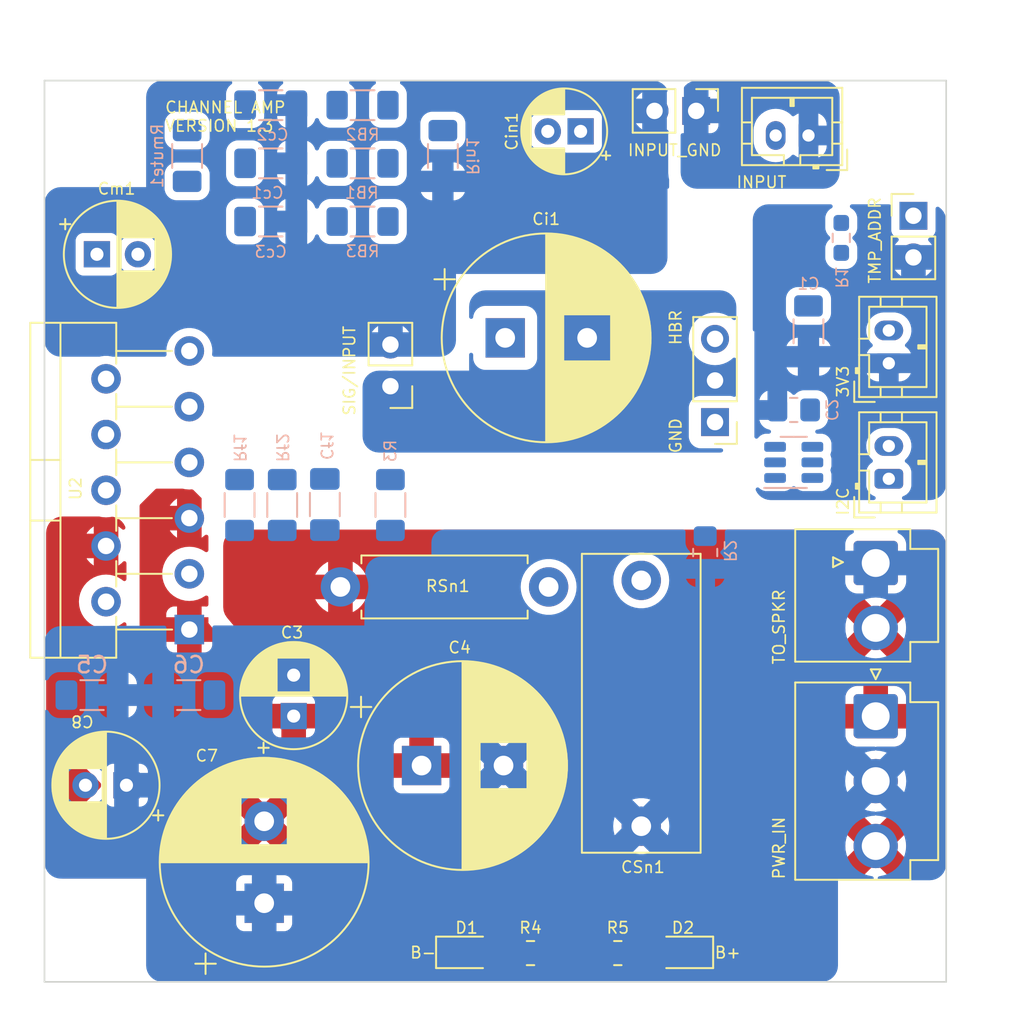
<source format=kicad_pcb>
(kicad_pcb (version 20221018) (generator pcbnew)
  (layers (0 "F.Cu" signal) (31 "B.Cu" signal) (34 "B.Paste" user) (35 "F.Paste" user) (36 "B.SilkS" user "B.Silkscreen") (37 "F.SilkS" user "F.Silkscreen") (38 "B.Mask" user) (39 "F.Mask" user) (44 "Edge.Cuts" user))
  (net 0 "")
  (net 1 "Net-(U2-+)")
  (net 2 "Net-(Cf1-Pad1)")
  (net 3 "CH1-IN")
  (net 4 "Net-(Ci1-Pad1)")
  (net 5 "VP")
  (net 6 "VM")
  (net 7 "CH1-OUT")
  (net 8 "INPUTGND")
  (net 9 "PGND")
  (net 10 "Net-(U2-MUTE)")
  (net 11 "Net-(CSn1-Pad2)")
  (net 12 "Net-(D1-A)")
  (net 13 "Net-(D2-A)")
  (net 14 "Net-(Cin1-Pad2)")
  (net 15 "DGND")
  (net 16 "3V3")
  (net 17 "ADD1")
  (net 18 "SIGGND")
  (net 19 "SCL")
  (net 20 "SDA")
  (net 21 "Net-(J7-Pin_3)")
  (net 25 "CH1GND")
  (net 26 "OPAMP_NEG")
  (net 27 "Net-(Cc2-Pad1)")
  (net 28 "Net-(Cc1-Pad1)")
  (footprint "Capacitor_THT:CP_Radial_D6.3mm_P2.50mm" (layer "F.Cu") (at 81.3 120.45 180)
    (fp_text reference "C8" (at 2.687379 3.9 180 unlocked) (layer "F.SilkS") (effects (font (size 0.7 0.7) (thickness 0.1))))
    (fp_text value "22U 50V")
    (pad "1" thru_hole rect (at 0 0 180) (size 1.6 1.6) (drill 0.8) (layers "*.Cu" "*.Mask") (net 9 "PGND"))
    (pad "2" thru_hole circle (at 2.5 0 180) (size 1.6 1.6) (drill 0.8) (layers "*.Cu" "*.Mask") (net 6 "VM"))
  )
  (footprint "Resistor_SMD:R_0805_2012Metric_Pad1.20x1.40mm_HandSolder" (layer "F.Cu") (at 111.27 130.695 180)
    (fp_text reference "R5" (at 0 1.545 unlocked) (layer "F.SilkS") (effects (font (size 0.7 0.7) (thickness 0.1))))
    (fp_text value "9.1K")
    (pad "1" smd roundrect (at -1 0 180) (size 1.2 1.4) (layers "F.Cu" "F.Paste" "F.Mask") (roundrect_rratio 0.2083333333) (net 13 "Net-(D2-A)"))
    (pad "2" smd roundrect (at 1 0 180) (size 1.2 1.4) (layers "F.Cu" "F.Paste" "F.Mask") (roundrect_rratio 0.2083333333) (net 5 "VP"))
  )
  (footprint "Capacitor_THT:CP_Radial_D6.3mm_P2.50mm" (layer "F.Cu") (at 91.5 116.23238 90)
    (fp_text reference "C3" (at 5.1 -0.1 unlocked) (layer "F.SilkS") (effects (font (size 0.7 0.7) (thickness 0.1))))
    (fp_text value "22U 50V")
    (pad "1" thru_hole rect (at 0 0 90) (size 1.6 1.6) (drill 0.8) (layers "*.Cu" "*.Mask") (net 5 "VP"))
    (pad "2" thru_hole circle (at 2.5 0 90) (size 1.6 1.6) (drill 0.8) (layers "*.Cu" "*.Mask") (net 9 "PGND"))
  )
  (footprint "Capacitor_THT:CP_Radial_D12.5mm_P5.00mm" (layer "F.Cu") (at 104.4 93.15)
    (fp_text reference "Ci1" (at 2.5 -7.25 unlocked) (layer "F.SilkS") (effects (font (size 0.7 0.7) (thickness 0.1))))
    (fp_text value "1000U 35V")
    (pad "1" thru_hole rect (at 0 0) (size 2.4 2.4) (drill 1.2) (layers "*.Cu" "*.Mask") (net 4 "Net-(Ci1-Pad1)"))
    (pad "2" thru_hole circle (at 5 0) (size 2.4 2.4) (drill 1.2) (layers "*.Cu" "*.Mask") (net 18 "SIGGND"))
  )
  (footprint "MountingHole:MountingHole_3mm" (layer "F.Cu") (at 128.8 129.95)
    (fp_text reference "H4" hide)
    (fp_text value "MountingHole")
    (pad "" np_thru_hole circle (at 0 0) (size 3 3) (drill 3) (layers "*.Cu" "*.Mask"))
  )
  (footprint "Connector_JST:JST_PH_B2B-PH-K_1x02_P2.00mm_Vertical" (layer "F.Cu") (at 122.9 80.8 180)
    (fp_text reference "J3" hide)
    (fp_text value "Conn_01x02_Male")
    (pad "1" thru_hole roundrect (at 0 0 180) (size 1.2 1.75) (drill 0.75) (layers "*.Cu" "*.Mask") (roundrect_rratio 0.2083333333) (net 25 "CH1GND"))
    (pad "2" thru_hole oval (at 2 0 180) (size 1.2 1.75) (drill 0.75) (layers "*.Cu" "*.Mask") (net 3 "CH1-IN"))
  )
  (footprint "Connector_JST:JST_VH_B3P-VH-B_1x03_P3.96mm_Vertical" (layer "F.Cu") (at 127 116.24 -90)
    (fp_text reference "J9" hide)
    (fp_text value "Conn_01x03_Male")
    (pad "1" thru_hole roundrect (at 0 0 270) (size 2.7 2.7) (drill 1.7) (layers "*.Cu" "*.Mask") (roundrect_rratio 0.09259296296) (net 5 "VP"))
    (pad "2" thru_hole circle (at 3.96 0 270) (size 2.7 2.7) (drill 1.7) (layers "*.Cu" "*.Mask") (net 9 "PGND"))
    (pad "3" thru_hole circle (at 7.92 0 270) (size 2.7 2.7) (drill 1.7) (layers "*.Cu" "*.Mask") (net 6 "VM"))
  )
  (footprint "Connector_JST:JST_PH_B2B-PH-K_1x02_P2.00mm_Vertical" (layer "F.Cu") (at 127.8 101.75 90)
    (fp_text reference "J6" hide)
    (fp_text value "Conn_01x02_Male")
    (pad "1" thru_hole roundrect (at 0 0 90) (size 1.2 1.75) (drill 0.75) (layers "*.Cu" "*.Mask") (roundrect_rratio 0.2083333333) (net 19 "SCL"))
    (pad "2" thru_hole oval (at 2 0 90) (size 1.2 1.75) (drill 0.75) (layers "*.Cu" "*.Mask") (net 20 "SDA"))
  )
  (footprint "Resistor_THT:R_Axial_DIN0411_L9.9mm_D3.6mm_P12.70mm_Horizontal" (layer "F.Cu") (at 107.05 108.35 180)
    (fp_text reference "RSn1" (at 6.15 0.05 unlocked) (layer "F.SilkS") (effects (font (size 0.7 0.7) (thickness 0.1))))
    (fp_text value "4R7")
    (pad "1" thru_hole circle (at 0 0 180) (size 2.4 2.4) (drill 1.2) (layers "*.Cu" "*.Mask") (net 11 "Net-(CSn1-Pad2)"))
    (pad "2" thru_hole oval (at 12.7 0 180) (size 2.4 2.4) (drill 1.2) (layers "*.Cu" "*.Mask") (net 7 "CH1-OUT"))
  )
  (footprint "Connector_PinHeader_2.54mm:PinHeader_1x02_P2.54mm_Vertical" (layer "F.Cu") (at 116.05 79.3 -90)
    (fp_text reference "J1" hide)
    (fp_text value "Conn_01x02_Male")
    (pad "1" thru_hole rect (at 0 0 270) (size 1.7 1.7) (drill 1) (layers "*.Cu" "*.Mask") (net 25 "CH1GND"))
    (pad "2" thru_hole oval (at 0 2.54 270) (size 1.7 1.7) (drill 1) (layers "*.Cu" "*.Mask") (net 8 "INPUTGND"))
  )
  (footprint "MountingHole:MountingHole_3mm" (layer "F.Cu") (at 78.8 79.95)
    (fp_text reference "H1" hide)
    (fp_text value "MountingHole")
    (pad "" np_thru_hole circle (at 0 0) (size 3 3) (drill 3) (layers "*.Cu" "*.Mask"))
  )
  (footprint "Package_TO_SOT_THT:TO-220-11_P3.4x5.08mm_StaggerOdd_Lead4.85mm_Vertical" (layer "F.Cu") (at 85.135 110.95 90)
    (fp_text reference "U2" (at 8.6 -6.935 90 unlocked) (layer "F.SilkS") (effects (font (size 0.7 0.7) (thickness 0.1))))
    (fp_text value "LM3886")
    (pad "1" thru_hole rect (at 0 0 90) (size 1.8 1.8) (drill 1) (layers "*.Cu" "*.Mask") (net 5 "VP"))
    (pad "2" thru_hole oval (at 1.7 -5.08 90) (size 1.8 1.8) (drill 1) (layers "*.Cu" "*.Mask"))
    (pad "3" thru_hole oval (at 3.4 0 90) (size 1.8 1.8) (drill 1) (layers "*.Cu" "*.Mask") (net 7 "CH1-OUT"))
    (pad "4" thru_hole oval (at 5.1 -5.08 90) (size 1.8 1.8) (drill 1) (layers "*.Cu" "*.Mask") (net 6 "VM"))
    (pad "5" thru_hole oval (at 6.8 0 90) (size 1.8 1.8) (drill 1) (layers "*.Cu" "*.Mask") (net 5 "VP"))
    (pad "6" thru_hole oval (at 8.5 -5.08 90) (size 1.8 1.8) (drill 1) (layers "*.Cu" "*.Mask"))
    (pad "7" thru_hole oval (at 10.2 0 90) (size 1.8 1.8) (drill 1) (layers "*.Cu" "*.Mask") (net 9 "PGND"))
    (pad "8" thru_hole oval (at 11.9 -5.08 90) (size 1.8 1.8) (drill 1) (layers "*.Cu" "*.Mask") (net 10 "Net-(U2-MUTE)"))
    (pad "9" thru_hole oval (at 13.6 0 90) (size 1.8 1.8) (drill 1) (layers "*.Cu" "*.Mask") (net 26 "OPAMP_NEG"))
    (pad "10" thru_hole oval (at 15.3 -5.08 90) (size 1.8 1.8) (drill 1) (layers "*.Cu" "*.Mask") (net 1 "Net-(U2-+)"))
    (pad "11" thru_hole oval (at 17 0 90) (size 1.8 1.8) (drill 1) (layers "*.Cu" "*.Mask"))
  )
  (footprint "Capacitor_THT:CP_Radial_D5.0mm_P2.00mm" (layer "F.Cu") (at 109 80.55 180)
    (fp_text reference "Cin1" (at 4.2 0 90 unlocked) (layer "F.SilkS") (effects (font (size 0.7 0.7) (thickness 0.1))))
    (fp_text value "10UF")
    (pad "1" thru_hole rect (at 0 0 180) (size 1.6 1.6) (drill 0.8) (layers "*.Cu" "*.Mask") (net 3 "CH1-IN"))
    (pad "2" thru_hole circle (at 2 0 180) (size 1.6 1.6) (drill 0.8) (layers "*.Cu" "*.Mask") (net 14 "Net-(Cin1-Pad2)"))
  )
  (footprint "Connector_PinHeader_2.54mm:PinHeader_1x03_P2.54mm_Vertical" (layer "F.Cu") (at 117.2 98.29 180)
    (fp_text reference "J7" hide)
    (fp_text value "Conn_01x03_Male")
    (pad "1" thru_hole rect (at 0 0 180) (size 1.7 1.7) (drill 1) (layers "*.Cu" "*.Mask") (net 9 "PGND"))
    (pad "2" thru_hole oval (at 0 2.54 180) (size 1.7 1.7) (drill 1) (layers "*.Cu" "*.Mask") (net 18 "SIGGND"))
    (pad "3" thru_hole oval (at 0 5.08 180) (size 1.7 1.7) (drill 1) (layers "*.Cu" "*.Mask") (net 21 "Net-(J7-Pin_3)"))
  )
  (footprint "Capacitor_THT:C_Rect_L18.0mm_W7.0mm_P15.00mm_FKS3_FKP3" (layer "F.Cu") (at 112.7 122.95 90)
    (fp_text reference "CSn1" (at -2.5 0.1 unlocked) (layer "F.SilkS") (effects (font (size 0.7 0.7) (thickness 0.1))))
    (fp_text value " 220N PP 100V")
    (pad "1" thru_hole circle (at 0 0 90) (size 2.4 2.4) (drill 1.2) (layers "*.Cu" "*.Mask") (net 9 "PGND"))
    (pad "2" thru_hole circle (at 15 0 90) (size 2.4 2.4) (drill 1.2) (layers "*.Cu" "*.Mask") (net 11 "Net-(CSn1-Pad2)"))
  )
  (footprint "Resistor_SMD:R_0805_2012Metric_Pad1.20x1.40mm_HandSolder" (layer "F.Cu") (at 105.945 130.695)
    (fp_text reference "R4" (at 0 -1.545 unlocked) (layer "F.SilkS") (effects (font (size 0.7 0.7) (thickness 0.1))))
    (fp_text value "9.1K")
    (pad "1" smd roundrect (at -1 0) (size 1.2 1.4) (layers "F.Cu" "F.Paste" "F.Mask") (roundrect_rratio 0.2083333333) (net 12 "Net-(D1-A)"))
    (pad "2" smd roundrect (at 1 0) (size 1.2 1.4) (layers "F.Cu" "F.Paste" "F.Mask") (roundrect_rratio 0.2083333333) (net 9 "PGND"))
  )
  (footprint "Connector_JST:JST_PH_B2B-PH-K_1x02_P2.00mm_Vertical" (layer "F.Cu") (at 127.8 94.7 90)
    (fp_text reference "J4" hide)
    (fp_text value "Conn_01x02_Male")
    (pad "1" thru_hole roundrect (at 0 0 90) (size 1.2 1.75) (drill 0.75) (layers "*.Cu" "*.Mask") (roundrect_rratio 0.2083333333) (net 15 "DGND"))
    (pad "2" thru_hole oval (at 2 0 90) (size 1.2 1.75) (drill 0.75) (layers "*.Cu" "*.Mask") (net 16 "3V3"))
  )
  (footprint "MountingHole:MountingHole_3mm" (layer "F.Cu") (at 128.8 79.95)
    (fp_text reference "H2" hide)
    (fp_text value "MountingHole")
    (pad "" np_thru_hole circle (at 0 0) (size 3 3) (drill 3) (layers "*.Cu" "*.Mask"))
  )
  (footprint "Connector_JST:JST_VH_B2P-VH_1x02_P3.96mm_Vertical" (layer "F.Cu") (at 127 106.89 -90)
    (fp_text reference "J8" hide)
    (fp_text value "Conn_01x02_Male")
    (pad "1" thru_hole roundrect (at 0 0 270) (size 2.7 2.7) (drill 1.7) (layers "*.Cu" "*.Mask") (roundrect_rratio 0.09259296296) (net 9 "PGND"))
    (pad "2" thru_hole circle (at 3.96 0 270) (size 2.7 2.7) (drill 1.7) (layers "*.Cu" "*.Mask") (net 7 "CH1-OUT"))
  )
  (footprint "LED_SMD:LED_0805_2012Metric_Pad1.15x1.40mm_HandSolder" (layer "F.Cu") (at 115.225 130.65 180)
    (fp_text reference "D2" (at -0.02 1.5 unlocked) (layer "F.SilkS") (effects (font (size 0.7 0.7) (thickness 0.1))))
    (fp_text value "BLUE")
    (pad "1" smd roundrect (at -1.025 0 180) (size 1.15 1.4) (layers "F.Cu" "F.Paste" "F.Mask") (roundrect_rratio 0.2173913043) (net 9 "PGND"))
    (pad "2" smd roundrect (at 1.025 0 180) (size 1.15 1.4) (layers "F.Cu" "F.Paste" "F.Mask") (roundrect_rratio 0.2173913043) (net 13 "Net-(D2-A)"))
  )
  (footprint "Connector_PinHeader_2.54mm:PinHeader_1x02_P2.54mm_Vertical" (layer "F.Cu") (at 129.3 85.7)
    (fp_text reference "J2" hide)
    (fp_text value "Conn_01x02_Male")
    (pad "1" thru_hole rect (at 0 0) (size 1.7 1.7) (drill 1) (layers "*.Cu" "*.Mask") (net 17 "ADD1"))
    (pad "2" thru_hole oval (at 0 2.54) (size 1.7 1.7) (drill 1) (layers "*.Cu" "*.Mask") (net 15 "DGND"))
  )
  (footprint "Capacitor_THT:CP_Radial_D6.3mm_P2.50mm" (layer "F.Cu") (at 79.5 88.05)
    (fp_text reference "Cm1" (at 1.2 -4 unlocked) (layer "F.SilkS") (effects (font (size 0.7 0.7) (thickness 0.1))))
    (fp_text value "47U 50V")
    (pad "1" thru_hole rect (at 0 0) (size 1.6 1.6) (drill 0.8) (layers "*.Cu" "*.Mask") (net 9 "PGND"))
    (pad "2" thru_hole circle (at 2.5 0) (size 1.6 1.6) (drill 0.8) (layers "*.Cu" "*.Mask") (net 10 "Net-(U2-MUTE)"))
  )
  (footprint "Capacitor_THT:CP_Radial_D12.5mm_P5.00mm" (layer "F.Cu") (at 99.3 119.25)
    (fp_text reference "C4" (at 2.323959 -7.2 unlocked) (layer "F.SilkS") (effects (font (size 0.7 0.7) (thickness 0.1))))
    (fp_text value "1000U 50V")
    (pad "1" thru_hole rect (at 0 0) (size 2.4 2.4) (drill 1.2) (layers "*.Cu" "*.Mask") (net 5 "VP"))
    (pad "2" thru_hole circle (at 5 0) (size 2.4 2.4) (drill 1.2) (layers "*.Cu" "*.Mask") (net 9 "PGND"))
  )
  (footprint "MountingHole:MountingHole_3mm" (layer "F.Cu") (at 78.8 129.95)
    (fp_text reference "H3" hide)
    (fp_text value "MountingHole")
    (pad "" np_thru_hole circle (at 0 0) (size 3 3) (drill 3) (layers "*.Cu" "*.Mask"))
  )
  (footprint "Connector_PinHeader_2.54mm:PinHeader_1x02_P2.54mm_Vertical" (layer "F.Cu") (at 97.4 96.1 180)
    (fp_text reference "J5" hide)
    (fp_text value "Conn_01x02_Male")
    (pad "1" thru_hole rect (at 0 0 180) (size 1.7 1.7) (drill 1) (layers "*.Cu" "*.Mask") (net 18 "SIGGND"))
    (pad "2" thru_hole oval (at 0 2.54 180) (size 1.7 1.7) (drill 1) (layers "*.Cu" "*.Mask") (net 8 "INPUTGND"))
  )
  (footprint "LED_SMD:LED_0805_2012Metric_Pad1.15x1.40mm_HandSolder" (layer "F.Cu") (at 102.045 130.65)
    (fp_text reference "D1" (at 0 -1.5 unlocked) (layer "F.SilkS") (effects (font (size 0.7 0.7) (thickness 0.1))))
    (fp_text value "YELLOW")
    (pad "1" smd roundrect (at -1.025 0) (size 1.15 1.4) (layers "F.Cu" "F.Paste" "F.Mask") (roundrect_rratio 0.2173913043) (net 6 "VM"))
    (pad "2" smd roundrect (at 1.025 0) (size 1.15 1.4) (layers "F.Cu" "F.Paste" "F.Mask") (roundrect_rratio 0.2173913043) (net 12 "Net-(D1-A)"))
  )
  (footprint "Capacitor_THT:CP_Radial_D12.5mm_P5.00mm" (layer "F.Cu") (at 89.7 127.65 90)
    (fp_text reference "C7" (at 9 -3.5 unlocked) (layer "F.SilkS") (effects (font (size 0.7 0.7) (thickness 0.1))))
    (fp_text value "1000U 50V")
    (pad "1" thru_hole rect (at 0 0 90) (size 2.4 2.4) (drill 1.2) (layers "*.Cu" "*.Mask") (net 9 "PGND"))
    (pad "2" thru_hole circle (at 5 0 90) (size 2.4 2.4) (drill 1.2) (layers "*.Cu" "*.Mask") (net 6 "VM"))
  )
  (footprint "Resistor_SMD:R_1206_3216Metric_Pad1.30x1.75mm_HandSolder" (layer "B.Cu") (at 97.4 103.35 90)
    (fp_text reference "R3" (at 3.3 0 90 unlocked) (layer "B.SilkS") (effects (font (size 0.7 0.7) (thickness 0.1)) (justify mirror)))
    (fp_text value "1.0K")
    (pad "1" smd roundrect (at -1.55 0 90) (size 1.3 1.75) (layers "B.Cu" "B.Paste" "B.Mask") (roundrect_rratio 0.192308) (net 26 "OPAMP_NEG"))
    (pad "2" smd roundrect (at 1.55 0 90) (size 1.3 1.75) (layers "B.Cu" "B.Paste" "B.Mask") (roundrect_rratio 0.192308) (net 4 "Net-(Ci1-Pad1)"))
  )
  (footprint "Resistor_SMD:R_0805_2012Metric_Pad1.20x1.40mm_HandSolder" (layer "B.Cu") (at 116.6 106.25 -90)
    (fp_text reference "R2" (at -0.1 -1.5 -90 unlocked) (layer "B.SilkS") (effects (font (size 0.7 0.7) (thickness 0.1)) (justify mirror)))
    (fp_text value "15R")
    (pad "1" smd roundrect (at -1 0 270) (size 1.2 1.4) (layers "B.Cu" "B.Paste" "B.Mask") (roundrect_rratio 0.2083333333) (net 21 "Net-(J7-Pin_3)"))
    (pad "2" smd roundrect (at 1 0 270) (size 1.2 1.4) (layers "B.Cu" "B.Paste" "B.Mask") (roundrect_rratio 0.2083333333) (net 9 "PGND"))
  )
  (footprint "Capacitor_SMD:C_1206_3216Metric_Pad1.33x1.80mm_HandSolder" (layer "B.Cu") (at 90.1 82.5)
    (fp_text reference "Cc1" (at -0.2 1.8 unlocked) (layer "B.SilkS") (effects (font (size 0.7 0.7) (thickness 0.1)) (justify mirror)))
    (fp_text value "680P")
    (pad "1" smd roundrect (at -1.5625 0) (size 1.325 1.8) (layers "B.Cu" "B.Paste" "B.Mask") (roundrect_rratio 0.188679) (net 28 "Net-(Cc1-Pad1)"))
    (pad "2" smd roundrect (at 1.5625 0) (size 1.325 1.8) (layers "B.Cu" "B.Paste" "B.Mask") (roundrect_rratio 0.188679) (net 8 "INPUTGND"))
  )
  (footprint "Capacitor_SMD:C_1206_3216Metric_Pad1.33x1.80mm_HandSolder" (layer "B.Cu") (at 90.1 86.05)
    (fp_text reference "Cc3" (at 0 1.85 unlocked) (layer "B.SilkS") (effects (font (size 0.7 0.7) (thickness 0.1)) (justify mirror)))
    (fp_text value "680P")
    (pad "1" smd roundrect (at -1.5625 0) (size 1.325 1.8) (layers "B.Cu" "B.Paste" "B.Mask") (roundrect_rratio 0.188679) (net 1 "Net-(U2-+)"))
    (pad "2" smd roundrect (at 1.5625 0) (size 1.325 1.8) (layers "B.Cu" "B.Paste" "B.Mask") (roundrect_rratio 0.188679) (net 8 "INPUTGND"))
  )
  (footprint "Capacitor_SMD:C_1206_3216Metric_Pad1.33x1.80mm_HandSolder" (layer "B.Cu") (at 85.1 114.95 180)
    (fp_text reference "C6" (at 0 1.85) (layer "B.SilkS") (effects (justify mirror)))
    (fp_text value "4.7U X7R 50V")
    (pad "1" smd roundrect (at -1.5625 0 180) (size 1.325 1.8) (layers "B.Cu" "B.Paste" "B.Mask") (roundrect_rratio 0.188679) (net 5 "VP"))
    (pad "2" smd roundrect (at 1.5625 0 180) (size 1.325 1.8) (layers "B.Cu" "B.Paste" "B.Mask") (roundrect_rratio 0.188679) (net 9 "PGND"))
  )
  (footprint "Package_TO_SOT_SMD:SOT-23-6" (layer "B.Cu") (at 122 100.75)
    (fp_text reference "U1" hide)
    (fp_text value "TMP100")
    (pad "1" smd roundrect (at -1.1375 0.95) (size 1.325 0.6) (layers "B.Cu" "B.Paste" "B.Mask") (net 19 "SCL"))
    (pad "2" smd roundrect (at -1.1375 0) (size 1.325 0.6) (layers "B.Cu" "B.Paste" "B.Mask") (net 15 "DGND"))
    (pad "3" smd roundrect (at -1.1375 -0.95) (size 1.325 0.6) (layers "B.Cu" "B.Paste" "B.Mask") (net 17 "ADD1"))
    (pad "4" smd roundrect (at 1.1375 -0.95) (size 1.325 0.6) (layers "B.Cu" "B.Paste" "B.Mask") (net 16 "3V3"))
    (pad "5" smd roundrect (at 1.1375 0) (size 1.325 0.6) (layers "B.Cu" "B.Paste" "B.Mask") (net 16 "3V3"))
    (pad "6" smd roundrect (at 1.1375 0.95) (size 1.325 0.6) (layers "B.Cu" "B.Paste" "B.Mask") (net 20 "SDA"))
  )
  (footprint "Resistor_SMD:R_1206_3216Metric_Pad1.30x1.75mm_HandSolder" (layer "B.Cu") (at 95.7 82.5 180)
    (fp_text reference "RB1" (at 0.05 -1.8 unlocked) (layer "B.SilkS") (effects (font (size 0.7 0.7) (thickness 0.1)) (justify mirror)))
    (fp_text value "1.2K")
    (pad "1" smd roundrect (at -1.55 0 180) (size 1.3 1.75) (layers "B.Cu" "B.Paste" "B.Mask") (roundrect_rratio 0.192308) (net 27 "Net-(Cc2-Pad1)"))
    (pad "2" smd roundrect (at 1.55 0 180) (size 1.3 1.75) (layers "B.Cu" "B.Paste" "B.Mask") (roundrect_rratio 0.192308) (net 28 "Net-(Cc1-Pad1)"))
  )
  (footprint "Capacitor_SMD:C_1206_3216Metric_Pad1.33x1.80mm_HandSolder" (layer "B.Cu") (at 90.1 78.95)
    (fp_text reference "Cc2" (at 0.1 1.8 unlocked) (layer "B.SilkS") (effects (font (size 0.7 0.7) (thickness 0.1)) (justify mirror)))
    (fp_text value "680P")
    (pad "1" smd roundrect (at -1.5625 0) (size 1.325 1.8) (layers "B.Cu" "B.Paste" "B.Mask") (roundrect_rratio 0.188679) (net 27 "Net-(Cc2-Pad1)"))
    (pad "2" smd roundrect (at 1.5625 0) (size 1.325 1.8) (layers "B.Cu" "B.Paste" "B.Mask") (roundrect_rratio 0.188679) (net 8 "INPUTGND"))
  )
  (footprint "Capacitor_SMD:C_1206_3216Metric_Pad1.33x1.80mm_HandSolder" (layer "B.Cu") (at 79.2 114.95 180)
    (fp_text reference "C5" (at 0 1.85) (layer "B.SilkS") (effects (justify mirror)))
    (fp_text value "4.7U X7R 50V")
    (pad "1" smd roundrect (at -1.5625 0 180) (size 1.325 1.8) (layers "B.Cu" "B.Paste" "B.Mask") (roundrect_rratio 0.188679) (net 9 "PGND"))
    (pad "2" smd roundrect (at 1.5625 0 180) (size 1.325 1.8) (layers "B.Cu" "B.Paste" "B.Mask") (roundrect_rratio 0.188679) (net 6 "VM"))
  )
  (footprint "Resistor_SMD:R_1206_3216Metric_Pad1.30x1.75mm_HandSolder" (layer "B.Cu") (at 122.9 92.75 90)
    (fp_text reference "C1" (at 2.9 0 unlocked) (layer "B.SilkS") (effects (font (size 0.7 0.7) (thickness 0.1)) (justify mirror)))
    (fp_text value "10U")
    (pad "1" smd roundrect (at -1.55 0 90) (size 1.3 1.75) (layers "B.Cu" "B.Paste" "B.Mask") (roundrect_rratio 0.1923076923) (net 15 "DGND"))
    (pad "2" smd roundrect (at 1.55 0 90) (size 1.3 1.75) (layers "B.Cu" "B.Paste" "B.Mask") (roundrect_rratio 0.1923076923) (net 16 "3V3"))
  )
  (footprint "Resistor_SMD:R_0603_1608Metric_Pad0.98x0.95mm_HandSolder" (layer "B.Cu") (at 124.9 87.05 90)
    (fp_text reference "R1" (at -2.4 0 270 unlocked) (layer "B.SilkS") (effects (font (size 0.7 0.7) (thickness 0.1)) (justify mirror)))
    (fp_text value "4.7K")
    (pad "1" smd roundrect (at -0.9125 0 90) (size 0.975 0.95) (layers "B.Cu" "B.Paste" "B.Mask") (net 16 "3V3"))
    (pad "2" smd roundrect (at 0.9125 0 90) (size 0.975 0.95) (layers "B.Cu" "B.Paste" "B.Mask") (net 17 "ADD1"))
  )
  (footprint "Resistor_SMD:R_1206_3216Metric_Pad1.30x1.75mm_HandSolder" (layer "B.Cu") (at 85 82.05 -90)
    (fp_text reference "Rmute1" (at 0 1.82 90 unlocked) (layer "B.SilkS") (effects (font (size 0.7 0.7) (thickness 0.1)) (justify mirror)))
    (fp_text value "38.6K")
    (pad "1" smd roundrect (at -1.55 0 270) (size 1.3 1.75) (layers "B.Cu" "B.Paste" "B.Mask") (roundrect_rratio 0.192308) (net 10 "Net-(U2-MUTE)"))
    (pad "2" smd roundrect (at 1.55 0 270) (size 1.3 1.75) (layers "B.Cu" "B.Paste" "B.Mask") (roundrect_rratio 0.192308) (net 6 "VM"))
  )
  (footprint "Resistor_SMD:R_1206_3216Metric_Pad1.30x1.75mm_HandSolder" (layer "B.Cu") (at 95.7 86.05)
    (fp_text reference "RB3" (at 0 1.82 unlocked) (layer "B.SilkS") (effects (font (size 0.7 0.7) (thickness 0.1)) (justify mirror)))
    (fp_text value "1.2K")
    (pad "1" smd roundrect (at -1.55 0) (size 1.3 1.75) (layers "B.Cu" "B.Paste" "B.Mask") (roundrect_rratio 0.192308) (net 28 "Net-(Cc1-Pad1)"))
    (pad "2" smd roundrect (at 1.55 0) (size 1.3 1.75) (layers "B.Cu" "B.Paste" "B.Mask") (roundrect_rratio 0.192308) (net 1 "Net-(U2-+)"))
  )
  (footprint "Resistor_SMD:R_1206_3216Metric_Pad1.30x1.75mm_HandSolder" (layer "B.Cu") (at 100.6 82.05 90)
    (fp_text reference "Rin1" (at 0 1.8 270 unlocked) (layer "B.SilkS") (effects (font (size 0.7 0.7) (thickness 0.1)) (justify mirror)))
    (fp_text value "20K")
    (pad "1" smd roundrect (at -1.55 0 90) (size 1.3 1.75) (layers "B.Cu" "B.Paste" "B.Mask") (roundrect_rratio 0.192308) (net 8 "INPUTGND"))
    (pad "2" smd roundrect (at 1.55 0 90) (size 1.3 1.75) (layers "B.Cu" "B.Paste" "B.Mask") (roundrect_rratio 0.192308) (net 14 "Net-(Cin1-Pad2)"))
  )
  (footprint "Resistor_SMD:R_0805_2012Metric_Pad1.20x1.40mm_HandSolder" (layer "B.Cu") (at 122 97.55)
    (fp_text reference "C2" (at 2.3 0 270 unlocked) (layer "B.SilkS") (effects (font (size 0.7 0.7) (thickness 0.1)) (justify mirror)))
    (fp_text value "100N")
    (pad "1" smd roundrect (at -1 0) (size 1.2 1.4) (layers "B.Cu" "B.Paste" "B.Mask") (roundrect_rratio 0.2083333333) (net 15 "DGND"))
    (pad "2" smd roundrect (at 1 0) (size 1.2 1.4) (layers "B.Cu" "B.Paste" "B.Mask") (roundrect_rratio 0.2083333333) (net 16 "3V3"))
  )
  (footprint "Capacitor_SMD:C_1206_3216Metric_Pad1.33x1.80mm_HandSolder" (layer "B.Cu") (at 93.4 103.32 -90)
    (fp_text reference "Cf1" (at -3.6 -0.1 -90 unlocked) (layer "B.SilkS") (effects (font (size 0.7 0.7) (thickness 0.1)) (justify mirror)))
    (fp_text value "47P")
    (pad "1" smd roundrect (at -1.5625 0 270) (size 1.325 1.8) (layers "B.Cu" "B.Paste" "B.Mask") (roundrect_rratio 0.188679) (net 2 "Net-(Cf1-Pad1)"))
    (pad "2" smd roundrect (at 1.5625 0 270) (size 1.325 1.8) (layers "B.Cu" "B.Paste" "B.Mask") (roundrect_rratio 0.188679) (net 26 "OPAMP_NEG"))
  )
  (footprint "Resistor_SMD:R_1206_3216Metric_Pad1.30x1.75mm_HandSolder" (layer "B.Cu") (at 90.8 103.35 90)
    (fp_text reference "Rf2" (at 3.5 0 270 unlocked) (layer "B.SilkS") (effects (font (size 0.7 0.7) (thickness 0.1)) (justify mirror)))
    (fp_text value "20K")
    (pad "1" smd roundrect (at -1.55 0 90) (size 1.3 1.75) (layers "B.Cu" "B.Paste" "B.Mask") (roundrect_rratio 0.192308) (net 7 "CH1-OUT"))
    (pad "2" smd roundrect (at 1.55 0 90) (size 1.3 1.75) (layers "B.Cu" "B.Paste" "B.Mask") (roundrect_rratio 0.192308) (net 2 "Net-(Cf1-Pad1)"))
  )
  (footprint "Resistor_SMD:R_1206_3216Metric_Pad1.30x1.75mm_HandSolder" (layer "B.Cu") (at 95.7 78.95)
    (fp_text reference "RB2" (at 0 1.8 unlocked) (layer "B.SilkS") (effects (font (size 0.7 0.7) (thickness 0.1)) (justify mirror)))
    (fp_text value "1.2K")
    (pad "1" smd roundrect (at -1.55 0) (size 1.3 1.75) (layers "B.Cu" "B.Paste" "B.Mask") (roundrect_rratio 0.192308) (net 14 "Net-(Cin1-Pad2)"))
    (pad "2" smd roundrect (at 1.55 0) (size 1.3 1.75) (layers "B.Cu" "B.Paste" "B.Mask") (roundrect_rratio 0.192308) (net 27 "Net-(Cc2-Pad1)"))
  )
  (footprint "Resistor_SMD:R_1206_3216Metric_Pad1.30x1.75mm_HandSolder" (layer "B.Cu") (at 88.2 103.35 90)
    (fp_text reference "Rf1" (at 3.5 0 270 unlocked) (layer "B.SilkS") (effects (font (size 0.7 0.7) (thickness 0.1)) (justify mirror)))
    (fp_text value "20K")
    (pad "1" smd roundrect (at -1.55 0 90) (size 1.3 1.75) (layers "B.Cu" "B.Paste" "B.Mask") (roundrect_rratio 0.192308) (net 7 "CH1-OUT"))
    (pad "2" smd roundrect (at 1.55 0 90) (size 1.3 1.75) (layers "B.Cu" "B.Paste" "B.Mask") (roundrect_rratio 0.192308) (net 26 "OPAMP_NEG"))
  )
  (gr_line (start 131.3 77.45) (end 131.3 132.45) (stroke (width 0.1)) (layer "Edge.Cuts"))
  (gr_line (start 76.3 77.45) (end 76.3 132.45) (stroke (width 0.1)) (layer "Edge.Cuts"))
  (gr_line (start 76.3 77.45) (end 131.3 77.45) (stroke (width 0.1)) (layer "Edge.Cuts"))
  (gr_line (start 76.3 132.45) (end 131.3 132.45) (stroke (width 0.1)) (layer "Edge.Cuts"))
  (gr_text "GND" (at 114.8 100.25 90) (layer "F.SilkS") (effects (font (size 0.7 0.7) (thickness 0.1)) (justify left)))
  (gr_text "3V3" (at 125 96.85 90) (layer "F.SilkS") (effects (font (size 0.7 0.7) (thickness 0.1)) (justify left)))
  (gr_text "INPUT_GND" (at 111.825 81.7) (layer "F.SilkS") (effects (font (size 0.7 0.7) (thickness 0.1)) (justify left)))
  (gr_text "HBR\n" (at 114.8 93.65 90) (layer "F.SilkS") (effects (font (size 0.7 0.7) (thickness 0.1)) (justify left)))
  (gr_text "TO_SPKR" (at 121.1 113.136801 90) (layer "F.SilkS") (effects (font (size 0.7 0.7) (thickness 0.1)) (justify left)))
  (gr_text "B+" (at 117.125 130.665) (layer "F.SilkS") (effects (font (size 0.7 0.7) (thickness 0.1)) (justify left)))
  (gr_text "I2C" (at 125 104.05 90) (layer "F.SilkS") (effects (font (size 0.7 0.7) (thickness 0.1)) (justify left)))
  (gr_text "PWR_IN\n" (at 121.1 126.25 90) (layer "F.SilkS") (effects (font (size 0.7 0.7) (thickness 0.1)) (justify left)))
  (gr_text "SIG/INPUT\n" (at 94.9 97.95 90) (layer "F.SilkS") (effects (font (size 0.7 0.7) (thickness 0.1)) (justify left)))
  (gr_text "CHANNEL AMP\nVERSION 1.3" (at 83.6 79.65) (layer "F.SilkS") (effects (font (size 0.7 0.7) (thickness 0.1)) (justify left)))
  (gr_text "TMP_ADDR\n" (at 126.95 89.9 90) (layer "F.SilkS") (effects (font (size 0.7 0.7) (thickness 0.1)) (justify left)))
  (gr_text "B-" (at 98.545 130.665) (layer "F.SilkS") (effects (font (size 0.7 0.7) (thickness 0.1)) (justify left)))
  (gr_text "INPUT" (at 118.45 83.65) (layer "F.SilkS") (effects (font (size 0.7 0.7) (thickness 0.1)) (justify left)))
  (zone (net 6) (net_name "VM") (layer "F.Cu") (connect_pads (clearance 0.75)) (min_thickness 0.254) (fill yes (thermal_gap 0.508) (thermal_bridge_width 1.5) (smoothing fillet) (radius 1))
    (polygon (pts (xy 81.3 121.05) (xy 129.8 121.05) (xy 129.8 125.95) (xy 124.6 125.95) (xy 124.6 128.15) (xy 82.6 128.15) (xy 82.6 126.15) (xy 76.4 126.15) (xy 76.4 104.05) (xy 81.3 104.05)))
  )
  (zone (net 5) (net_name "VP") (layer "F.Cu") (connect_pads (clearance 0.75)) (min_thickness 0.254) (fill yes (thermal_gap 0.508) (thermal_bridge_width 1.5) (smoothing chamfer) (radius 1))
    (polygon (pts (xy 86.3 110.55) (xy 89 113.85) (xy 99.497845 113.807302) (xy 111.895691 113.764605) (xy 129.804601 113.729842) (xy 129.705026 120.230315) (xy 82.100067 120.250692) (xy 82.100022 102.350006) (xy 86.3 102.35)))
  )
  (zone (net 7) (net_name "CH1-OUT") (layer "F.Cu") (connect_pads (clearance 0.75)) (min_thickness 0.254) (fill yes (thermal_gap 0.508) (thermal_bridge_width 1.5) (smoothing fillet) (radius 1))
    (polygon (pts (xy 131.298184 112.547328) (xy 89.7 112.918394) (xy 87.2 109.95) (xy 87.2 104.85) (xy 131.299829 104.85)))
  )
  (zone (net 9) (net_name "PGND") (layer "B.Cu") (connect_pads (clearance 0.5)) (min_thickness 0.254) (fill yes (thermal_gap 0.508) (thermal_bridge_width 1.5) (smoothing fillet) (radius 1))
    (polygon (pts (xy 99.9 104.85) (xy 132.1 104.85) (xy 132.1 126.25) (xy 124.7 126.25) (xy 124.7 133.25) (xy 82.5 133.25) (xy 82.5 126.15) (xy 75 126.15) (xy 75.1 110.75) (xy 86 110.7) (xy 95.807496 110.7) (xy 95.87981 106.520572) (xy 99.9 106.417616)))
  )
  (zone (net 18) (net_name "SIGGND") (layer "B.Cu") (connect_pads yes (clearance 0.75)) (min_thickness 0.254) (fill yes (thermal_gap 0.508) (thermal_bridge_width 1.5) (smoothing fillet) (radius 1))
    (polygon (pts (xy 111.8 90.25) (xy 118.5 90.25) (xy 118.5 100.15) (xy 100.7 100.15) (xy 100.7 100.15) (xy 95.7 100.15) (xy 95.7 95.15) (xy 102.2 95.15) (xy 102.2 90.25) (xy 111.8 90.25)))
  )
  (zone (net 15) (net_name "DGND") (layer "B.Cu") (connect_pads (clearance 0.5)) (min_thickness 0.254) (fill yes (thermal_gap 0.508) (thermal_bridge_width 1.5) (smoothing fillet) (radius 1))
    (polygon (pts (xy 121.4 85) (xy 132 85) (xy 132 103.05) (xy 119.6 103.05) (xy 119.6 92.75) (xy 119.5 92.75) (xy 119.5 85)))
  )
  (zone (net 25) (net_name "CH1GND") (layer "B.Cu") (priority 1) (connect_pads (clearance 0.75)) (min_thickness 0.254) (fill yes (thermal_gap 0.508) (thermal_bridge_width 1.5) (smoothing fillet) (radius 1) (island_removal_mode 1) (island_area_min 10))
    (polygon (pts (xy 115.1 76.95) (xy 115.1 84.05) (xy 124.8 84.05) (xy 124.8 76.75) (xy 125 76.95)))
  )
  (zone (net 8) (net_name "INPUTGND") (layer "B.Cu") (connect_pads (clearance 0.5)) (min_thickness 0.254) (fill yes (thermal_gap 0.508) (thermal_bridge_width 1.5) (smoothing fillet) (radius 1))
    (polygon (pts (xy 114.4 84.05) (xy 114.3 84.05) (xy 114.3 89.25) (xy 101.4 89.25) (xy 101.4 94.3) (xy 75.1 94.3) (xy 75.1 83.95) (xy 82.5 83.95) (xy 82.5 77.05) (xy 114.4 77.05)))
  )
)
</source>
